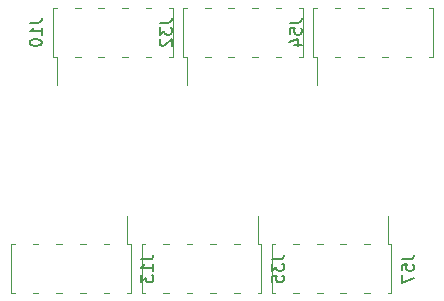
<source format=gbr>
%TF.GenerationSoftware,KiCad,Pcbnew,9.0.0*%
%TF.CreationDate,2025-03-10T21:20:54+01:00*%
%TF.ProjectId,connecteur,636f6e6e-6563-4746-9575-722e6b696361,rev?*%
%TF.SameCoordinates,Original*%
%TF.FileFunction,Legend,Bot*%
%TF.FilePolarity,Positive*%
%FSLAX46Y46*%
G04 Gerber Fmt 4.6, Leading zero omitted, Abs format (unit mm)*
G04 Created by KiCad (PCBNEW 9.0.0) date 2025-03-10 21:20:54*
%MOMM*%
%LPD*%
G01*
G04 APERTURE LIST*
%ADD10C,0.150000*%
%ADD11C,0.120000*%
G04 APERTURE END LIST*
D10*
X172894819Y-91480476D02*
X173609104Y-91480476D01*
X173609104Y-91480476D02*
X173751961Y-91432857D01*
X173751961Y-91432857D02*
X173847200Y-91337619D01*
X173847200Y-91337619D02*
X173894819Y-91194762D01*
X173894819Y-91194762D02*
X173894819Y-91099524D01*
X172894819Y-92432857D02*
X172894819Y-91956667D01*
X172894819Y-91956667D02*
X173371009Y-91909048D01*
X173371009Y-91909048D02*
X173323390Y-91956667D01*
X173323390Y-91956667D02*
X173275771Y-92051905D01*
X173275771Y-92051905D02*
X173275771Y-92290000D01*
X173275771Y-92290000D02*
X173323390Y-92385238D01*
X173323390Y-92385238D02*
X173371009Y-92432857D01*
X173371009Y-92432857D02*
X173466247Y-92480476D01*
X173466247Y-92480476D02*
X173704342Y-92480476D01*
X173704342Y-92480476D02*
X173799580Y-92432857D01*
X173799580Y-92432857D02*
X173847200Y-92385238D01*
X173847200Y-92385238D02*
X173894819Y-92290000D01*
X173894819Y-92290000D02*
X173894819Y-92051905D01*
X173894819Y-92051905D02*
X173847200Y-91956667D01*
X173847200Y-91956667D02*
X173799580Y-91909048D01*
X173228152Y-93337619D02*
X173894819Y-93337619D01*
X172847200Y-93099524D02*
X173561485Y-92861429D01*
X173561485Y-92861429D02*
X173561485Y-93480476D01*
X160324819Y-111490476D02*
X161039104Y-111490476D01*
X161039104Y-111490476D02*
X161181961Y-111442857D01*
X161181961Y-111442857D02*
X161277200Y-111347619D01*
X161277200Y-111347619D02*
X161324819Y-111204762D01*
X161324819Y-111204762D02*
X161324819Y-111109524D01*
X161324819Y-112490476D02*
X161324819Y-111919048D01*
X161324819Y-112204762D02*
X160324819Y-112204762D01*
X160324819Y-112204762D02*
X160467676Y-112109524D01*
X160467676Y-112109524D02*
X160562914Y-112014286D01*
X160562914Y-112014286D02*
X160610533Y-111919048D01*
X160324819Y-112823810D02*
X160324819Y-113442857D01*
X160324819Y-113442857D02*
X160705771Y-113109524D01*
X160705771Y-113109524D02*
X160705771Y-113252381D01*
X160705771Y-113252381D02*
X160753390Y-113347619D01*
X160753390Y-113347619D02*
X160801009Y-113395238D01*
X160801009Y-113395238D02*
X160896247Y-113442857D01*
X160896247Y-113442857D02*
X161134342Y-113442857D01*
X161134342Y-113442857D02*
X161229580Y-113395238D01*
X161229580Y-113395238D02*
X161277200Y-113347619D01*
X161277200Y-113347619D02*
X161324819Y-113252381D01*
X161324819Y-113252381D02*
X161324819Y-112966667D01*
X161324819Y-112966667D02*
X161277200Y-112871429D01*
X161277200Y-112871429D02*
X161229580Y-112823810D01*
X182374819Y-111500476D02*
X183089104Y-111500476D01*
X183089104Y-111500476D02*
X183231961Y-111452857D01*
X183231961Y-111452857D02*
X183327200Y-111357619D01*
X183327200Y-111357619D02*
X183374819Y-111214762D01*
X183374819Y-111214762D02*
X183374819Y-111119524D01*
X182374819Y-112452857D02*
X182374819Y-111976667D01*
X182374819Y-111976667D02*
X182851009Y-111929048D01*
X182851009Y-111929048D02*
X182803390Y-111976667D01*
X182803390Y-111976667D02*
X182755771Y-112071905D01*
X182755771Y-112071905D02*
X182755771Y-112310000D01*
X182755771Y-112310000D02*
X182803390Y-112405238D01*
X182803390Y-112405238D02*
X182851009Y-112452857D01*
X182851009Y-112452857D02*
X182946247Y-112500476D01*
X182946247Y-112500476D02*
X183184342Y-112500476D01*
X183184342Y-112500476D02*
X183279580Y-112452857D01*
X183279580Y-112452857D02*
X183327200Y-112405238D01*
X183327200Y-112405238D02*
X183374819Y-112310000D01*
X183374819Y-112310000D02*
X183374819Y-112071905D01*
X183374819Y-112071905D02*
X183327200Y-111976667D01*
X183327200Y-111976667D02*
X183279580Y-111929048D01*
X182374819Y-112833810D02*
X182374819Y-113500476D01*
X182374819Y-113500476D02*
X183374819Y-113071905D01*
X150884819Y-91490476D02*
X151599104Y-91490476D01*
X151599104Y-91490476D02*
X151741961Y-91442857D01*
X151741961Y-91442857D02*
X151837200Y-91347619D01*
X151837200Y-91347619D02*
X151884819Y-91204762D01*
X151884819Y-91204762D02*
X151884819Y-91109524D01*
X151884819Y-92490476D02*
X151884819Y-91919048D01*
X151884819Y-92204762D02*
X150884819Y-92204762D01*
X150884819Y-92204762D02*
X151027676Y-92109524D01*
X151027676Y-92109524D02*
X151122914Y-92014286D01*
X151122914Y-92014286D02*
X151170533Y-91919048D01*
X150884819Y-93109524D02*
X150884819Y-93204762D01*
X150884819Y-93204762D02*
X150932438Y-93300000D01*
X150932438Y-93300000D02*
X150980057Y-93347619D01*
X150980057Y-93347619D02*
X151075295Y-93395238D01*
X151075295Y-93395238D02*
X151265771Y-93442857D01*
X151265771Y-93442857D02*
X151503866Y-93442857D01*
X151503866Y-93442857D02*
X151694342Y-93395238D01*
X151694342Y-93395238D02*
X151789580Y-93347619D01*
X151789580Y-93347619D02*
X151837200Y-93300000D01*
X151837200Y-93300000D02*
X151884819Y-93204762D01*
X151884819Y-93204762D02*
X151884819Y-93109524D01*
X151884819Y-93109524D02*
X151837200Y-93014286D01*
X151837200Y-93014286D02*
X151789580Y-92966667D01*
X151789580Y-92966667D02*
X151694342Y-92919048D01*
X151694342Y-92919048D02*
X151503866Y-92871429D01*
X151503866Y-92871429D02*
X151265771Y-92871429D01*
X151265771Y-92871429D02*
X151075295Y-92919048D01*
X151075295Y-92919048D02*
X150980057Y-92966667D01*
X150980057Y-92966667D02*
X150932438Y-93014286D01*
X150932438Y-93014286D02*
X150884819Y-93109524D01*
X161894819Y-91490476D02*
X162609104Y-91490476D01*
X162609104Y-91490476D02*
X162751961Y-91442857D01*
X162751961Y-91442857D02*
X162847200Y-91347619D01*
X162847200Y-91347619D02*
X162894819Y-91204762D01*
X162894819Y-91204762D02*
X162894819Y-91109524D01*
X161894819Y-91871429D02*
X161894819Y-92490476D01*
X161894819Y-92490476D02*
X162275771Y-92157143D01*
X162275771Y-92157143D02*
X162275771Y-92300000D01*
X162275771Y-92300000D02*
X162323390Y-92395238D01*
X162323390Y-92395238D02*
X162371009Y-92442857D01*
X162371009Y-92442857D02*
X162466247Y-92490476D01*
X162466247Y-92490476D02*
X162704342Y-92490476D01*
X162704342Y-92490476D02*
X162799580Y-92442857D01*
X162799580Y-92442857D02*
X162847200Y-92395238D01*
X162847200Y-92395238D02*
X162894819Y-92300000D01*
X162894819Y-92300000D02*
X162894819Y-92014286D01*
X162894819Y-92014286D02*
X162847200Y-91919048D01*
X162847200Y-91919048D02*
X162799580Y-91871429D01*
X161990057Y-92871429D02*
X161942438Y-92919048D01*
X161942438Y-92919048D02*
X161894819Y-93014286D01*
X161894819Y-93014286D02*
X161894819Y-93252381D01*
X161894819Y-93252381D02*
X161942438Y-93347619D01*
X161942438Y-93347619D02*
X161990057Y-93395238D01*
X161990057Y-93395238D02*
X162085295Y-93442857D01*
X162085295Y-93442857D02*
X162180533Y-93442857D01*
X162180533Y-93442857D02*
X162323390Y-93395238D01*
X162323390Y-93395238D02*
X162894819Y-92823810D01*
X162894819Y-92823810D02*
X162894819Y-93442857D01*
X171364819Y-111500476D02*
X172079104Y-111500476D01*
X172079104Y-111500476D02*
X172221961Y-111452857D01*
X172221961Y-111452857D02*
X172317200Y-111357619D01*
X172317200Y-111357619D02*
X172364819Y-111214762D01*
X172364819Y-111214762D02*
X172364819Y-111119524D01*
X171364819Y-111881429D02*
X171364819Y-112500476D01*
X171364819Y-112500476D02*
X171745771Y-112167143D01*
X171745771Y-112167143D02*
X171745771Y-112310000D01*
X171745771Y-112310000D02*
X171793390Y-112405238D01*
X171793390Y-112405238D02*
X171841009Y-112452857D01*
X171841009Y-112452857D02*
X171936247Y-112500476D01*
X171936247Y-112500476D02*
X172174342Y-112500476D01*
X172174342Y-112500476D02*
X172269580Y-112452857D01*
X172269580Y-112452857D02*
X172317200Y-112405238D01*
X172317200Y-112405238D02*
X172364819Y-112310000D01*
X172364819Y-112310000D02*
X172364819Y-112024286D01*
X172364819Y-112024286D02*
X172317200Y-111929048D01*
X172317200Y-111929048D02*
X172269580Y-111881429D01*
X171364819Y-113405238D02*
X171364819Y-112929048D01*
X171364819Y-112929048D02*
X171841009Y-112881429D01*
X171841009Y-112881429D02*
X171793390Y-112929048D01*
X171793390Y-112929048D02*
X171745771Y-113024286D01*
X171745771Y-113024286D02*
X171745771Y-113262381D01*
X171745771Y-113262381D02*
X171793390Y-113357619D01*
X171793390Y-113357619D02*
X171841009Y-113405238D01*
X171841009Y-113405238D02*
X171936247Y-113452857D01*
X171936247Y-113452857D02*
X172174342Y-113452857D01*
X172174342Y-113452857D02*
X172269580Y-113405238D01*
X172269580Y-113405238D02*
X172317200Y-113357619D01*
X172317200Y-113357619D02*
X172364819Y-113262381D01*
X172364819Y-113262381D02*
X172364819Y-113024286D01*
X172364819Y-113024286D02*
X172317200Y-112929048D01*
X172317200Y-112929048D02*
X172269580Y-112881429D01*
D11*
%TO.C,J54*%
X174880000Y-94350000D02*
X174880000Y-90230000D01*
X175180000Y-90230000D02*
X174880000Y-90230000D01*
X175180000Y-94350000D02*
X174880000Y-94350000D01*
X175180000Y-96730000D02*
X175180000Y-94350000D01*
X177180000Y-90230000D02*
X176700000Y-90230000D01*
X177180000Y-94350000D02*
X176700000Y-94350000D01*
X179180000Y-90230000D02*
X178700001Y-90230000D01*
X179180000Y-94350000D02*
X178700001Y-94350000D01*
X181179999Y-90230000D02*
X180700000Y-90230000D01*
X181179999Y-94350000D02*
X180700000Y-94350000D01*
X183180000Y-90230000D02*
X182700000Y-90230000D01*
X183180000Y-94350000D02*
X182700000Y-94350000D01*
X185000000Y-90230000D02*
X184700000Y-90230000D01*
X185000000Y-94350000D02*
X184700000Y-94350000D01*
X185000000Y-94350000D02*
X185000000Y-90230000D01*
%TO.C,J13*%
X149310000Y-110240000D02*
X149310000Y-114360000D01*
X149310000Y-110240000D02*
X149610000Y-110240000D01*
X149310000Y-114360000D02*
X149610000Y-114360000D01*
X151130000Y-110240000D02*
X151610000Y-110240000D01*
X151130000Y-114360000D02*
X151610000Y-114360000D01*
X153130001Y-110240000D02*
X153610000Y-110240000D01*
X153130001Y-114360000D02*
X153610000Y-114360000D01*
X155130000Y-110240000D02*
X155609999Y-110240000D01*
X155130000Y-114360000D02*
X155609999Y-114360000D01*
X157130000Y-110240000D02*
X157610000Y-110240000D01*
X157130000Y-114360000D02*
X157610000Y-114360000D01*
X159130000Y-107860000D02*
X159130000Y-110240000D01*
X159130000Y-110240000D02*
X159430000Y-110240000D01*
X159130000Y-114360000D02*
X159430000Y-114360000D01*
X159430000Y-110240000D02*
X159430000Y-114360000D01*
%TO.C,J57*%
X171360000Y-110250000D02*
X171360000Y-114370000D01*
X171360000Y-110250000D02*
X171660000Y-110250000D01*
X171360000Y-114370000D02*
X171660000Y-114370000D01*
X173180000Y-110250000D02*
X173660000Y-110250000D01*
X173180000Y-114370000D02*
X173660000Y-114370000D01*
X175180001Y-110250000D02*
X175660000Y-110250000D01*
X175180001Y-114370000D02*
X175660000Y-114370000D01*
X177180000Y-110250000D02*
X177659999Y-110250000D01*
X177180000Y-114370000D02*
X177659999Y-114370000D01*
X179180000Y-110250000D02*
X179660000Y-110250000D01*
X179180000Y-114370000D02*
X179660000Y-114370000D01*
X181180000Y-107870000D02*
X181180000Y-110250000D01*
X181180000Y-110250000D02*
X181480000Y-110250000D01*
X181180000Y-114370000D02*
X181480000Y-114370000D01*
X181480000Y-110250000D02*
X181480000Y-114370000D01*
%TO.C,J10*%
X152870000Y-94360000D02*
X152870000Y-90240000D01*
X153170000Y-90240000D02*
X152870000Y-90240000D01*
X153170000Y-94360000D02*
X152870000Y-94360000D01*
X153170000Y-96740000D02*
X153170000Y-94360000D01*
X155170000Y-90240000D02*
X154690000Y-90240000D01*
X155170000Y-94360000D02*
X154690000Y-94360000D01*
X157170000Y-90240000D02*
X156690001Y-90240000D01*
X157170000Y-94360000D02*
X156690001Y-94360000D01*
X159169999Y-90240000D02*
X158690000Y-90240000D01*
X159169999Y-94360000D02*
X158690000Y-94360000D01*
X161170000Y-90240000D02*
X160690000Y-90240000D01*
X161170000Y-94360000D02*
X160690000Y-94360000D01*
X162990000Y-90240000D02*
X162690000Y-90240000D01*
X162990000Y-94360000D02*
X162690000Y-94360000D01*
X162990000Y-94360000D02*
X162990000Y-90240000D01*
%TO.C,J32*%
X163880000Y-94360000D02*
X163880000Y-90240000D01*
X164180000Y-90240000D02*
X163880000Y-90240000D01*
X164180000Y-94360000D02*
X163880000Y-94360000D01*
X164180000Y-96740000D02*
X164180000Y-94360000D01*
X166180000Y-90240000D02*
X165700000Y-90240000D01*
X166180000Y-94360000D02*
X165700000Y-94360000D01*
X168180000Y-90240000D02*
X167700001Y-90240000D01*
X168180000Y-94360000D02*
X167700001Y-94360000D01*
X170179999Y-90240000D02*
X169700000Y-90240000D01*
X170179999Y-94360000D02*
X169700000Y-94360000D01*
X172180000Y-90240000D02*
X171700000Y-90240000D01*
X172180000Y-94360000D02*
X171700000Y-94360000D01*
X174000000Y-90240000D02*
X173700000Y-90240000D01*
X174000000Y-94360000D02*
X173700000Y-94360000D01*
X174000000Y-94360000D02*
X174000000Y-90240000D01*
%TO.C,J35*%
X160350000Y-110250000D02*
X160350000Y-114370000D01*
X160350000Y-110250000D02*
X160650000Y-110250000D01*
X160350000Y-114370000D02*
X160650000Y-114370000D01*
X162170000Y-110250000D02*
X162650000Y-110250000D01*
X162170000Y-114370000D02*
X162650000Y-114370000D01*
X164170001Y-110250000D02*
X164650000Y-110250000D01*
X164170001Y-114370000D02*
X164650000Y-114370000D01*
X166170000Y-110250000D02*
X166649999Y-110250000D01*
X166170000Y-114370000D02*
X166649999Y-114370000D01*
X168170000Y-110250000D02*
X168650000Y-110250000D01*
X168170000Y-114370000D02*
X168650000Y-114370000D01*
X170170000Y-107870000D02*
X170170000Y-110250000D01*
X170170000Y-110250000D02*
X170470000Y-110250000D01*
X170170000Y-114370000D02*
X170470000Y-114370000D01*
X170470000Y-110250000D02*
X170470000Y-114370000D01*
%TD*%
M02*

</source>
